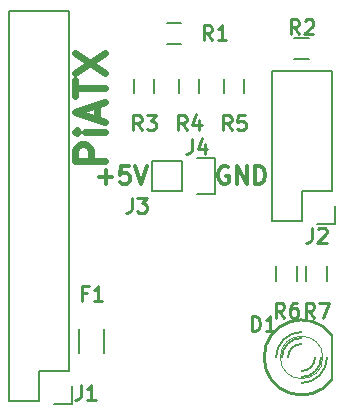
<source format=gbr>
G04 #@! TF.FileFunction,Legend,Top*
%FSLAX46Y46*%
G04 Gerber Fmt 4.6, Leading zero omitted, Abs format (unit mm)*
G04 Created by KiCad (PCBNEW 4.0.1-stable) date 7/2/2016 9:29:48 PM*
%MOMM*%
G01*
G04 APERTURE LIST*
%ADD10C,0.150000*%
%ADD11C,0.625000*%
%ADD12C,0.300000*%
%ADD13C,0.203200*%
%ADD14C,0.076200*%
%ADD15C,0.254000*%
%ADD16C,0.152400*%
G04 APERTURE END LIST*
D10*
D11*
X8750952Y-13354285D02*
X6250952Y-13354285D01*
X6250952Y-12401904D01*
X6370000Y-12163809D01*
X6489048Y-12044761D01*
X6727143Y-11925713D01*
X7084286Y-11925713D01*
X7322381Y-12044761D01*
X7441429Y-12163809D01*
X7560476Y-12401904D01*
X7560476Y-13354285D01*
X8750952Y-10854285D02*
X7084286Y-10854285D01*
X6250952Y-10854285D02*
X6370000Y-10973333D01*
X6489048Y-10854285D01*
X6370000Y-10735237D01*
X6250952Y-10854285D01*
X6489048Y-10854285D01*
X8036667Y-9782857D02*
X8036667Y-8592380D01*
X8750952Y-10020952D02*
X6250952Y-9187618D01*
X8750952Y-8354285D01*
X6250952Y-7878095D02*
X6250952Y-6449523D01*
X8750952Y-7163809D02*
X6250952Y-7163809D01*
X6250952Y-5854285D02*
X8750952Y-4187618D01*
X6250952Y-4187618D02*
X8750952Y-5854285D01*
D12*
X19177143Y-13855000D02*
X19034286Y-13783571D01*
X18820000Y-13783571D01*
X18605715Y-13855000D01*
X18462857Y-13997857D01*
X18391429Y-14140714D01*
X18320000Y-14426429D01*
X18320000Y-14640714D01*
X18391429Y-14926429D01*
X18462857Y-15069286D01*
X18605715Y-15212143D01*
X18820000Y-15283571D01*
X18962857Y-15283571D01*
X19177143Y-15212143D01*
X19248572Y-15140714D01*
X19248572Y-14640714D01*
X18962857Y-14640714D01*
X19891429Y-15283571D02*
X19891429Y-13783571D01*
X20748572Y-15283571D01*
X20748572Y-13783571D01*
X21462858Y-15283571D02*
X21462858Y-13783571D01*
X21820001Y-13783571D01*
X22034286Y-13855000D01*
X22177144Y-13997857D01*
X22248572Y-14140714D01*
X22320001Y-14426429D01*
X22320001Y-14640714D01*
X22248572Y-14926429D01*
X22177144Y-15069286D01*
X22034286Y-15212143D01*
X21820001Y-15283571D01*
X21462858Y-15283571D01*
X8231429Y-14712143D02*
X9374286Y-14712143D01*
X8802857Y-15283571D02*
X8802857Y-14140714D01*
X10802858Y-13783571D02*
X10088572Y-13783571D01*
X10017143Y-14497857D01*
X10088572Y-14426429D01*
X10231429Y-14355000D01*
X10588572Y-14355000D01*
X10731429Y-14426429D01*
X10802858Y-14497857D01*
X10874286Y-14640714D01*
X10874286Y-14997857D01*
X10802858Y-15140714D01*
X10731429Y-15212143D01*
X10588572Y-15283571D01*
X10231429Y-15283571D01*
X10088572Y-15212143D01*
X10017143Y-15140714D01*
X11302857Y-13783571D02*
X11802857Y-15283571D01*
X12302857Y-13783571D01*
D10*
X27545000Y-22260000D02*
X27545000Y-23460000D01*
X25795000Y-23460000D02*
X25795000Y-22260000D01*
X25005000Y-22260000D02*
X25005000Y-23460000D01*
X23255000Y-23460000D02*
X23255000Y-22260000D01*
X11190000Y-7585000D02*
X11190000Y-6385000D01*
X12940000Y-6385000D02*
X12940000Y-7585000D01*
X18810000Y-7585000D02*
X18810000Y-6385000D01*
X20560000Y-6385000D02*
X20560000Y-7585000D01*
X26000000Y-4685000D02*
X24800000Y-4685000D01*
X24800000Y-2935000D02*
X26000000Y-2935000D01*
X15000000Y-7585000D02*
X15000000Y-6385000D01*
X16750000Y-6385000D02*
X16750000Y-7585000D01*
X635000Y-33655000D02*
X635000Y-635000D01*
X5715000Y-31115000D02*
X5715000Y-635000D01*
X635000Y-635000D02*
X5715000Y-635000D01*
X635000Y-33655000D02*
X3175000Y-33655000D01*
X4445000Y-33935000D02*
X5995000Y-33935000D01*
X3175000Y-33655000D02*
X3175000Y-31115000D01*
X3175000Y-31115000D02*
X5715000Y-31115000D01*
X5995000Y-33935000D02*
X5995000Y-32385000D01*
X22860000Y-18415000D02*
X22860000Y-5715000D01*
X22860000Y-5715000D02*
X27940000Y-5715000D01*
X27940000Y-5715000D02*
X27940000Y-15875000D01*
X22860000Y-18415000D02*
X25400000Y-18415000D01*
X26670000Y-18695000D02*
X28220000Y-18695000D01*
X25400000Y-18415000D02*
X25400000Y-15875000D01*
X25400000Y-15875000D02*
X27940000Y-15875000D01*
X28220000Y-18695000D02*
X28220000Y-17145000D01*
X8695000Y-27575000D02*
X8695000Y-29575000D01*
X6545000Y-29575000D02*
X6545000Y-27575000D01*
X14005000Y-1665000D02*
X15205000Y-1665000D01*
X15205000Y-3415000D02*
X14005000Y-3415000D01*
X15240000Y-15875000D02*
X12700000Y-15875000D01*
X18060000Y-16155000D02*
X16510000Y-16155000D01*
X15240000Y-15875000D02*
X15240000Y-13335000D01*
X16510000Y-13055000D02*
X18060000Y-13055000D01*
X18060000Y-13055000D02*
X18060000Y-16155000D01*
X15240000Y-13335000D02*
X12700000Y-13335000D01*
X12700000Y-13335000D02*
X12700000Y-15875000D01*
D13*
X27990800Y-31877000D02*
X27990800Y-28067000D01*
D14*
X27196051Y-29972000D02*
G75*
G03X27196051Y-29972000I-1796051J0D01*
G01*
D15*
X27937997Y-28064332D02*
G75*
G03X27940000Y-31877000I-2537997J-1907668D01*
G01*
D16*
X25400000Y-28829000D02*
G75*
G03X24257000Y-29972000I0J-1143000D01*
G01*
X25400000Y-31115000D02*
G75*
G03X26543000Y-29972000I0J1143000D01*
G01*
X25400000Y-28321000D02*
G75*
G03X23749000Y-29972000I0J-1651000D01*
G01*
X25400000Y-31623000D02*
G75*
G03X27051000Y-29972000I0J1651000D01*
G01*
X25400000Y-27813000D02*
G75*
G03X23241000Y-29972000I0J-2159000D01*
G01*
X25400000Y-32131000D02*
G75*
G03X27559000Y-29972000I0J2159000D01*
G01*
D15*
X11006667Y-16449524D02*
X11006667Y-17356667D01*
X10946191Y-17538095D01*
X10825239Y-17659048D01*
X10643810Y-17719524D01*
X10522858Y-17719524D01*
X11490477Y-16449524D02*
X12276667Y-16449524D01*
X11853334Y-16933333D01*
X12034762Y-16933333D01*
X12155715Y-16993810D01*
X12216191Y-17054286D01*
X12276667Y-17175238D01*
X12276667Y-17477619D01*
X12216191Y-17598571D01*
X12155715Y-17659048D01*
X12034762Y-17719524D01*
X11671905Y-17719524D01*
X11550953Y-17659048D01*
X11490477Y-17598571D01*
X26458333Y-26609524D02*
X26035000Y-26004762D01*
X25732619Y-26609524D02*
X25732619Y-25339524D01*
X26216428Y-25339524D01*
X26337381Y-25400000D01*
X26397857Y-25460476D01*
X26458333Y-25581429D01*
X26458333Y-25762857D01*
X26397857Y-25883810D01*
X26337381Y-25944286D01*
X26216428Y-26004762D01*
X25732619Y-26004762D01*
X26881667Y-25339524D02*
X27728333Y-25339524D01*
X27184048Y-26609524D01*
X23918333Y-26609524D02*
X23495000Y-26004762D01*
X23192619Y-26609524D02*
X23192619Y-25339524D01*
X23676428Y-25339524D01*
X23797381Y-25400000D01*
X23857857Y-25460476D01*
X23918333Y-25581429D01*
X23918333Y-25762857D01*
X23857857Y-25883810D01*
X23797381Y-25944286D01*
X23676428Y-26004762D01*
X23192619Y-26004762D01*
X25006905Y-25339524D02*
X24765000Y-25339524D01*
X24644048Y-25400000D01*
X24583571Y-25460476D01*
X24462619Y-25641905D01*
X24402143Y-25883810D01*
X24402143Y-26367619D01*
X24462619Y-26488571D01*
X24523095Y-26549048D01*
X24644048Y-26609524D01*
X24885952Y-26609524D01*
X25006905Y-26549048D01*
X25067381Y-26488571D01*
X25127857Y-26367619D01*
X25127857Y-26065238D01*
X25067381Y-25944286D01*
X25006905Y-25883810D01*
X24885952Y-25823333D01*
X24644048Y-25823333D01*
X24523095Y-25883810D01*
X24462619Y-25944286D01*
X24402143Y-26065238D01*
X11853333Y-10734524D02*
X11430000Y-10129762D01*
X11127619Y-10734524D02*
X11127619Y-9464524D01*
X11611428Y-9464524D01*
X11732381Y-9525000D01*
X11792857Y-9585476D01*
X11853333Y-9706429D01*
X11853333Y-9887857D01*
X11792857Y-10008810D01*
X11732381Y-10069286D01*
X11611428Y-10129762D01*
X11127619Y-10129762D01*
X12276667Y-9464524D02*
X13062857Y-9464524D01*
X12639524Y-9948333D01*
X12820952Y-9948333D01*
X12941905Y-10008810D01*
X13002381Y-10069286D01*
X13062857Y-10190238D01*
X13062857Y-10492619D01*
X13002381Y-10613571D01*
X12941905Y-10674048D01*
X12820952Y-10734524D01*
X12458095Y-10734524D01*
X12337143Y-10674048D01*
X12276667Y-10613571D01*
X19473333Y-10734524D02*
X19050000Y-10129762D01*
X18747619Y-10734524D02*
X18747619Y-9464524D01*
X19231428Y-9464524D01*
X19352381Y-9525000D01*
X19412857Y-9585476D01*
X19473333Y-9706429D01*
X19473333Y-9887857D01*
X19412857Y-10008810D01*
X19352381Y-10069286D01*
X19231428Y-10129762D01*
X18747619Y-10129762D01*
X20622381Y-9464524D02*
X20017619Y-9464524D01*
X19957143Y-10069286D01*
X20017619Y-10008810D01*
X20138571Y-9948333D01*
X20440952Y-9948333D01*
X20561905Y-10008810D01*
X20622381Y-10069286D01*
X20682857Y-10190238D01*
X20682857Y-10492619D01*
X20622381Y-10613571D01*
X20561905Y-10674048D01*
X20440952Y-10734524D01*
X20138571Y-10734524D01*
X20017619Y-10674048D01*
X19957143Y-10613571D01*
X25188333Y-2606524D02*
X24765000Y-2001762D01*
X24462619Y-2606524D02*
X24462619Y-1336524D01*
X24946428Y-1336524D01*
X25067381Y-1397000D01*
X25127857Y-1457476D01*
X25188333Y-1578429D01*
X25188333Y-1759857D01*
X25127857Y-1880810D01*
X25067381Y-1941286D01*
X24946428Y-2001762D01*
X24462619Y-2001762D01*
X25672143Y-1457476D02*
X25732619Y-1397000D01*
X25853571Y-1336524D01*
X26155952Y-1336524D01*
X26276905Y-1397000D01*
X26337381Y-1457476D01*
X26397857Y-1578429D01*
X26397857Y-1699381D01*
X26337381Y-1880810D01*
X25611667Y-2606524D01*
X26397857Y-2606524D01*
X15663333Y-10734524D02*
X15240000Y-10129762D01*
X14937619Y-10734524D02*
X14937619Y-9464524D01*
X15421428Y-9464524D01*
X15542381Y-9525000D01*
X15602857Y-9585476D01*
X15663333Y-9706429D01*
X15663333Y-9887857D01*
X15602857Y-10008810D01*
X15542381Y-10069286D01*
X15421428Y-10129762D01*
X14937619Y-10129762D01*
X16751905Y-9887857D02*
X16751905Y-10734524D01*
X16449524Y-9404048D02*
X16147143Y-10311190D01*
X16933333Y-10311190D01*
X6688667Y-32324524D02*
X6688667Y-33231667D01*
X6628191Y-33413095D01*
X6507239Y-33534048D01*
X6325810Y-33594524D01*
X6204858Y-33594524D01*
X7958667Y-33594524D02*
X7232953Y-33594524D01*
X7595810Y-33594524D02*
X7595810Y-32324524D01*
X7474858Y-32505952D01*
X7353905Y-32626905D01*
X7232953Y-32687381D01*
X26246667Y-18989524D02*
X26246667Y-19896667D01*
X26186191Y-20078095D01*
X26065239Y-20199048D01*
X25883810Y-20259524D01*
X25762858Y-20259524D01*
X26790953Y-19110476D02*
X26851429Y-19050000D01*
X26972381Y-18989524D01*
X27274762Y-18989524D01*
X27395715Y-19050000D01*
X27456191Y-19110476D01*
X27516667Y-19231429D01*
X27516667Y-19352381D01*
X27456191Y-19533810D01*
X26730477Y-20259524D01*
X27516667Y-20259524D01*
X7196667Y-24547286D02*
X6773334Y-24547286D01*
X6773334Y-25212524D02*
X6773334Y-23942524D01*
X7378096Y-23942524D01*
X8527143Y-25212524D02*
X7801429Y-25212524D01*
X8164286Y-25212524D02*
X8164286Y-23942524D01*
X8043334Y-24123952D01*
X7922381Y-24244905D01*
X7801429Y-24305381D01*
X17822333Y-3114524D02*
X17399000Y-2509762D01*
X17096619Y-3114524D02*
X17096619Y-1844524D01*
X17580428Y-1844524D01*
X17701381Y-1905000D01*
X17761857Y-1965476D01*
X17822333Y-2086429D01*
X17822333Y-2267857D01*
X17761857Y-2388810D01*
X17701381Y-2449286D01*
X17580428Y-2509762D01*
X17096619Y-2509762D01*
X19031857Y-3114524D02*
X18306143Y-3114524D01*
X18669000Y-3114524D02*
X18669000Y-1844524D01*
X18548048Y-2025952D01*
X18427095Y-2146905D01*
X18306143Y-2207381D01*
X16086667Y-11496524D02*
X16086667Y-12403667D01*
X16026191Y-12585095D01*
X15905239Y-12706048D01*
X15723810Y-12766524D01*
X15602858Y-12766524D01*
X17235715Y-11919857D02*
X17235715Y-12766524D01*
X16933334Y-11436048D02*
X16630953Y-12343190D01*
X17417143Y-12343190D01*
X21160619Y-27752524D02*
X21160619Y-26482524D01*
X21463000Y-26482524D01*
X21644428Y-26543000D01*
X21765381Y-26663952D01*
X21825857Y-26784905D01*
X21886333Y-27026810D01*
X21886333Y-27208238D01*
X21825857Y-27450143D01*
X21765381Y-27571095D01*
X21644428Y-27692048D01*
X21463000Y-27752524D01*
X21160619Y-27752524D01*
X23095857Y-27752524D02*
X22370143Y-27752524D01*
X22733000Y-27752524D02*
X22733000Y-26482524D01*
X22612048Y-26663952D01*
X22491095Y-26784905D01*
X22370143Y-26845381D01*
M02*

</source>
